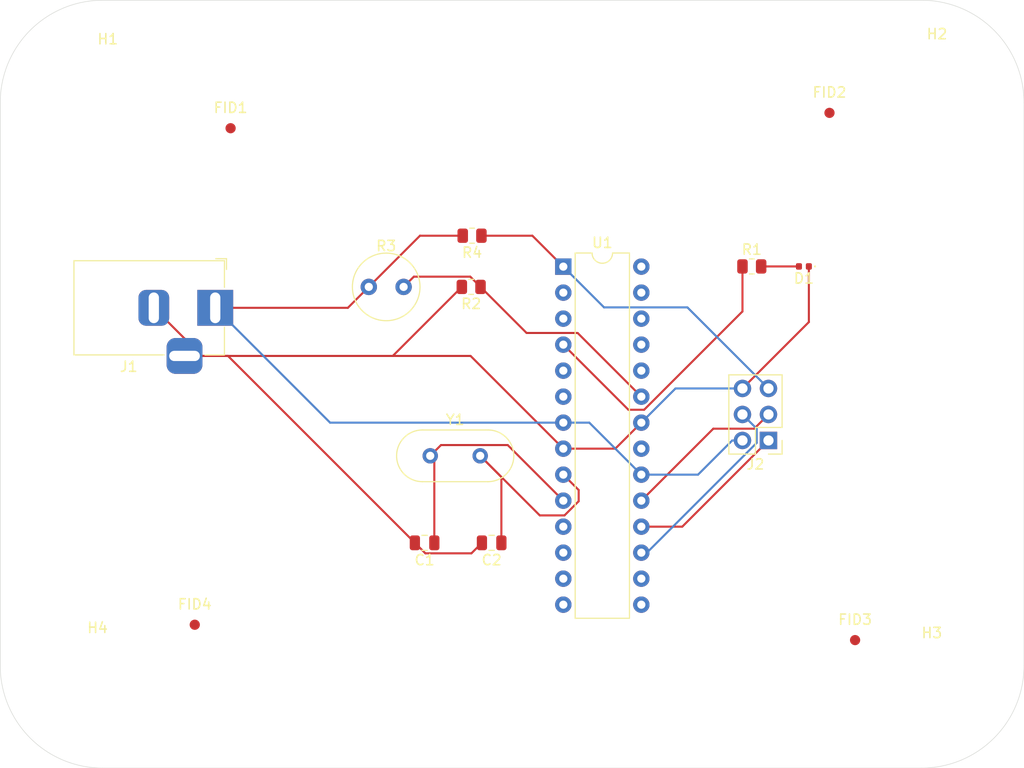
<source format=kicad_pcb>
(kicad_pcb (version 20240108) (generator "pcbnew") (generator_version "8.0")
  (layers (0 "F.Cu" signal) (31 "B.Cu" signal) (34 "B.Paste" user) (35 "F.Paste" user) (36 "B.SilkS" user "B.Silkscreen") (37 "F.SilkS" user "F.Silkscreen") (38 "B.Mask" user) (39 "F.Mask" user) (44 "Edge.Cuts" user))
  (net 0 "")
  (net 1 "Net-(U1-XTAL2{slash}PB7)")
  (net 2 "GND")
  (net 3 "Net-(U1-XTAL1{slash}PB6)")
  (net 4 "Net-(D1-A)")
  (net 5 "VCC")
  (net 6 "Net-(J2-Pin_4)")
  (net 7 "Net-(J2-Pin_3)")
  (net 8 "Net-(J2-Pin_1)")
  (net 9 "/RESET")
  (net 10 "Net-(U1-PD2)")
  (net 11 "/PHOTO")
  (footprint "Fiducial:Fiducial_1mm_Mask2mm" (layer "F.Cu") (at 90.5 120.5)
    (property "Reference" "FID4" (at 0 -2 0) (layer "F.SilkS"))
    (property "Value" "Fiducial")
    (pad "" smd circle (at 0 0) (size 1 1) (layers "F.Cu" "F.Mask") (clearance 0.5))
  )
  (footprint "Fiducial:Fiducial_1mm_Mask2mm" (layer "F.Cu") (at 152.5 70.5)
    (property "Reference" "FID2" (at 0 -2 0) (layer "F.SilkS"))
    (property "Value" "Fiducial")
    (pad "" smd circle (at 0 0) (size 1 1) (layers "F.Cu" "F.Mask") (clearance 0.5))
  )
  (footprint "MountingHole:MountingHole_3.2mm_M3" (layer "F.Cu") (at 162.5 125.5)
    (property "Reference" "H3" (at 0 -4.2 0) (layer "F.SilkS"))
    (property "Value" "MountingHole")
    (pad "" np_thru_hole circle (at 0 0) (size 3.2 3.2) (drill 3.2) (layers "*.Cu" "*.Mask"))
  )
  (footprint "MountingHole:MountingHole_3.2mm_M3" (layer "F.Cu") (at 81 125)
    (property "Reference" "H4" (at 0 -4.2 0) (layer "F.SilkS"))
    (property "Value" "MountingHole")
    (pad "" np_thru_hole circle (at 0 0) (size 3.2 3.2) (drill 3.2) (layers "*.Cu" "*.Mask"))
  )
  (footprint "Crystal:Crystal_HC49-4H_Vertical" (layer "F.Cu") (at 113.5 104)
    (property "Reference" "Y1" (at 2.44 -3.525 0) (layer "F.SilkS"))
    (property "Value" "Crystal")
    (fp_line (start -0.76 -2.525) (end 5.64 -2.525) (stroke (width 0.12)) (layer "F.SilkS"))
    (fp_line (start -0.76 2.525) (end 5.64 2.525) (stroke (width 0.12)) (layer "F.SilkS"))
    (fp_arc (start -0.76 2.525) (mid -3.285 0) (end -0.76 -2.525) (stroke (width 0.12)) (layer "F.SilkS"))
    (fp_arc (start 5.64 -2.525) (mid 8.165 0) (end 5.64 2.525) (stroke (width 0.12)) (layer "F.SilkS"))
    (pad "1" thru_hole circle (at 0 0) (size 1.5 1.5) (drill 0.8) (layers "*.Cu" "*.Mask") (net 1 "Net-(U1-XTAL2{slash}PB7)"))
    (pad "2" thru_hole circle (at 4.88 0) (size 1.5 1.5) (drill 0.8) (layers "*.Cu" "*.Mask") (net 3 "Net-(U1-XTAL1{slash}PB6)"))
  )
  (footprint "Capacitor_SMD:C_0805_2012Metric" (layer "F.Cu") (at 112.95 112.5 180)
    (property "Reference" "C1" (at 0 -1.68 360) (layer "F.SilkS"))
    (property "Value" "C")
    (fp_line (start -0.261252 0.735) (end 0.261252 0.735) (stroke (width 0.12)) (layer "F.SilkS"))
    (fp_line (start -0.261252 -0.735) (end 0.261252 -0.735) (stroke (width 0.12)) (layer "F.SilkS"))
    (pad "1" smd roundrect (at -0.95 0 180) (size 1 1.45) (layers "F.Cu" "F.Paste" "F.Mask") (net 1 "Net-(U1-XTAL2{slash}PB7)"))
    (pad "2" smd roundrect (at 0.95 0 180) (size 1 1.45) (layers "F.Cu" "F.Paste" "F.Mask") (net 2 "GND"))
  )
  (footprint "Capacitor_SMD:C_0805_2012Metric" (layer "F.Cu") (at 119.5 112.5 180)
    (property "Reference" "C2" (at 0 -1.68 360) (layer "F.SilkS"))
    (property "Value" "C")
    (fp_line (start -0.261252 0.735) (end 0.261252 0.735) (stroke (width 0.12)) (layer "F.SilkS"))
    (fp_line (start -0.261252 -0.735) (end 0.261252 -0.735) (stroke (width 0.12)) (layer "F.SilkS"))
    (pad "1" smd roundrect (at -0.95 0 180) (size 1 1.45) (layers "F.Cu" "F.Paste" "F.Mask") (net 3 "Net-(U1-XTAL1{slash}PB6)"))
    (pad "2" smd roundrect (at 0.95 0 180) (size 1 1.45) (layers "F.Cu" "F.Paste" "F.Mask") (net 2 "GND"))
  )
  (footprint "Fiducial:Fiducial_1mm_Mask2mm" (layer "F.Cu") (at 155 122)
    (property "Reference" "FID3" (at 0 -2 0) (layer "F.SilkS"))
    (property "Value" "Fiducial")
    (pad "" smd circle (at 0 0) (size 1 1) (layers "F.Cu" "F.Mask") (clearance 0.5))
  )
  (footprint "MountingHole:MountingHole_3.2mm_M3" (layer "F.Cu") (at 82 67.5)
    (property "Reference" "H1" (at 0 -4.2 0) (layer "F.SilkS"))
    (property "Value" "MountingHole")
    (pad "" np_thru_hole circle (at 0 0) (size 3.2 3.2) (drill 3.2) (layers "*.Cu" "*.Mask"))
  )
  (footprint "Package_DIP:DIP-28_W7.62mm" (layer "F.Cu") (at 126.5 85.52)
    (property "Reference" "U1" (at 3.81 -2.33 0) (layer "F.SilkS"))
    (property "Value" "ATmega328-P")
    (fp_line (start 1.16 -1.33) (end 1.16 34.35) (stroke (width 0.12)) (layer "F.SilkS"))
    (fp_line (start 1.16 34.35) (end 6.46 34.35) (stroke (width 0.12)) (layer "F.SilkS"))
    (fp_line (start 2.81 -1.33) (end 1.16 -1.33) (stroke (width 0.12)) (layer "F.SilkS"))
    (fp_line (start 6.46 -1.33) (end 4.81 -1.33) (stroke (width 0.12)) (layer "F.SilkS"))
    (fp_line (start 6.46 34.35) (end 6.46 -1.33) (stroke (width 0.12)) (layer "F.SilkS"))
    (fp_arc (start 4.81 -1.33) (mid 3.81 -0.33) (end 2.81 -1.33) (stroke (width 0.12)) (layer "F.SilkS"))
    (pad "1" thru_hole rect (at 0 0) (size 1.6 1.6) (drill 0.8) (layers "*.Cu" "*.Mask") (net 9 "/RESET"))
    (pad "2" thru_hole oval (at 0 2.54) (size 1.6 1.6) (drill 0.8) (layers "*.Cu" "*.Mask"))
    (pad "3" thru_hole oval (at 0 5.08) (size 1.6 1.6) (drill 0.8) (layers "*.Cu" "*.Mask"))
    (pad "4" thru_hole oval (at 0 7.62) (size 1.6 1.6) (drill 0.8) (layers "*.Cu" "*.Mask") (net 10 "Net-(U1-PD2)"))
    (pad "5" thru_hole oval (at 0 10.16) (size 1.6 1.6) (drill 0.8) (layers "*.Cu" "*.Mask"))
    (pad "6" thru_hole oval (at 0 12.7) (size 1.6 1.6) (drill 0.8) (layers "*.Cu" "*.Mask"))
    (pad "7" thru_hole oval (at 0 15.24) (size 1.6 1.6) (drill 0.8) (layers "*.Cu" "*.Mask") (net 5 "VCC"))
    (pad "8" thru_hole oval (at 0 17.78) (size 1.6 1.6) (drill 0.8) (layers "*.Cu" "*.Mask") (net 2 "GND"))
    (pad "9" thru_hole oval (at 0 20.32) (size 1.6 1.6) (drill 0.8) (layers "*.Cu" "*.Mask") (net 3 "Net-(U1-XTAL1{slash}PB6)"))
    (pad "10" thru_hole oval (at 0 22.86) (size 1.6 1.6) (drill 0.8) (layers "*.Cu" "*.Mask") (net 1 "Net-(U1-XTAL2{slash}PB7)"))
    (pad "11" thru_hole oval (at 0 25.4) (size 1.6 1.6) (drill 0.8) (layers "*.Cu" "*.Mask"))
    (pad "12" thru_hole oval (at 0 27.94) (size 1.6 1.6) (drill 0.8) (layers "*.Cu" "*.Mask"))
    (pad "13" thru_hole oval (at 0 30.48) (size 1.6 1.6) (drill 0.8) (layers "*.Cu" "*.Mask"))
    (pad "14" thru_hole oval (at 0 33.02) (size 1.6 1.6) (drill 0.8) (layers "*.Cu" "*.Mask"))
    (pad "15" thru_hole oval (at 7.62 33.02) (size 1.6 1.6) (drill 0.8) (layers "*.Cu" "*.Mask"))
    (pad "16" thru_hole oval (at 7.62 30.48) (size 1.6 1.6) (drill 0.8) (layers "*.Cu" "*.Mask"))
    (pad "17" thru_hole oval (at 7.62 27.94) (size 1.6 1.6) (drill 0.8) (layers "*.Cu" "*.Mask") (net 6 "Net-(J2-Pin_4)"))
    (pad "18" thru_hole oval (at 7.62 25.4) (size 1.6 1.6) (drill 0.8) (layers "*.Cu" "*.Mask") (net 8 "Net-(J2-Pin_1)"))
    (pad "19" thru_hole oval (at 7.62 22.86) (size 1.6 1.6) (drill 0.8) (layers "*.Cu" "*.Mask") (net 7 "Net-(J2-Pin_3)"))
    (pad "20" thru_hole oval (at 7.62 20.32) (size 1.6 1.6) (drill 0.8) (layers "*.Cu" "*.Mask") (net 5 "VCC"))
    (pad "21" thru_hole oval (at 7.62 17.78) (size 1.6 1.6) (drill 0.8) (layers "*.Cu" "*.Mask"))
    (pad "22" thru_hole oval (at 7.62 15.24) (size 1.6 1.6) (drill 0.8) (layers "*.Cu" "*.Mask") (net 2 "GND"))
    (pad "23" thru_hole oval (at 7.62 12.7) (size 1.6 1.6) (drill 0.8) (layers "*.Cu" "*.Mask") (net 11 "/PHOTO"))
    (pad "24" thru_hole oval (at 7.62 10.16) (size 1.6 1.6) (drill 0.8) (layers "*.Cu" "*.Mask"))
    (pad "25" thru_hole oval (at 7.62 7.62) (size 1.6 1.6) (drill 0.8) (layers "*.Cu" "*.Mask"))
    (pad "26" thru_hole oval (at 7.62 5.08) (size 1.6 1.6) (drill 0.8) (layers "*.Cu" "*.Mask"))
    (pad "27" thru_hole oval (at 7.62 2.54) (size 1.6 1.6) (drill 0.8) (layers "*.Cu" "*.Mask"))
    (pad "28" thru_hole oval (at 7.62 0) (size 1.6 1.6) (drill 0.8) (layers "*.Cu" "*.Mask"))
  )
  (footprint "Connector_PinHeader_2.54mm:PinHeader_2x03_P2.54mm_Vertical" (layer "F.Cu") (at 146.54 102.5 180)
    (property "Reference" "J2" (at 1.27 -2.33 360) (layer "F.SilkS"))
    (property "Value" "Conn_02x03_Odd_Even")
    (fp_line (start 3.87 -1.33) (end 3.87 6.41) (stroke (width 0.12)) (layer "F.SilkS"))
    (fp_line (start 1.27 1.27) (end 1.27 -1.33) (stroke (width 0.12)) (layer "F.SilkS"))
    (fp_line (start 1.27 -1.33) (end 3.87 -1.33) (stroke (width 0.12)) (layer "F.SilkS"))
    (fp_line (start -1.33 6.41) (end 3.87 6.41) (stroke (width 0.12)) (layer "F.SilkS"))
    (fp_line (start -1.33 1.27) (end 1.27 1.27) (stroke (width 0.12)) (layer "F.SilkS"))
    (fp_line (start -1.33 1.27) (end -1.33 6.41) (stroke (width 0.12)) (layer "F.SilkS"))
    (fp_line (start -1.33 0) (end -1.33 -1.33) (stroke (width 0.12)) (layer "F.SilkS"))
    (fp_line (start -1.33 -1.33) (end 0 -1.33) (stroke (width 0.12)) (layer "F.SilkS"))
    (pad "1" thru_hole rect (at 0 0 180) (size 1.7 1.7) (drill 1) (layers "*.Cu" "*.Mask") (net 8 "Net-(J2-Pin_1)"))
    (pad "2" thru_hole oval (at 2.54 0 180) (size 1.7 1.7) (drill 1) (layers "*.Cu" "*.Mask") (net 5 "VCC"))
    (pad "3" thru_hole oval (at 0 2.54 180) (size 1.7 1.7) (drill 1) (layers "*.Cu" "*.Mask") (net 7 "Net-(J2-Pin_3)"))
    (pad "4" thru_hole oval (at 2.54 2.54 180) (size 1.7 1.7) (drill 1) (layers "*.Cu" "*.Mask") (net 6 "Net-(J2-Pin_4)"))
    (pad "5" thru_hole oval (at 0 5.08 180) (size 1.7 1.7) (drill 1) (layers "*.Cu" "*.Mask") (net 9 "/RESET"))
    (pad "6" thru_hole oval (at 2.54 5.08 180) (size 1.7 1.7) (drill 1) (layers "*.Cu" "*.Mask") (net 2 "GND"))
  )
  (footprint "OptoDevice:R_LDR_D6.4mm_P3.4mm_Vertical" (layer "F.Cu") (at 107.5 87.5)
    (property "Reference" "R3" (at 1.7 -4 0) (layer "F.SilkS"))
    (property "Value" "A1050")
    (fp_circle (center 1.7 0) (end 5 -0.1) (stroke (width 0.12)) (fill none) (layer "F.SilkS"))
    (pad "1" thru_hole circle (at 0 0) (size 1.6 1.6) (drill 0.8) (layers "*.Cu" "*.Mask") (net 5 "VCC"))
    (pad "2" thru_hole circle (at 3.4 0) (size 1.6 1.6) (drill 0.8) (layers "*.Cu" "*.Mask") (net 11 "/PHOTO"))
  )
  (footprint "MountingHole:MountingHole_3.2mm_M3" (layer "F.Cu") (at 163 67)
    (property "Reference" "H2" (at 0 -4.2 0) (layer "F.SilkS"))
    (property "Value" "MountingHole")
    (pad "" np_thru_hole circle (at 0 0) (size 3.2 3.2) (drill 3.2) (layers "*.Cu" "*.Mask"))
  )
  (footprint "Resistor_SMD:R_0805_2012Metric" (layer "F.Cu") (at 117.5 87.5 180)
    (property "Reference" "R2" (at 0 -1.65 360) (layer "F.SilkS"))
    (property "Value" "10k")
    (fp_line (start -0.227064 0.735) (end 0.227064 0.735) (stroke (width 0.12)) (layer "F.SilkS"))
    (fp_line (start -0.227064 -0.735) (end 0.227064 -0.735) (stroke (width 0.12)) (layer "F.SilkS"))
    (pad "1" smd roundrect (at -0.9125 0 180) (size 1.025 1.4) (layers "F.Cu" "F.Paste" "F.Mask") (roundrect_rratio 0.243902) (net 11 "/PHOTO"))
    (pad "2" smd roundrect (at 0.9125 0 180) (size 1.025 1.4) (layers "F.Cu" "F.Paste" "F.Mask") (roundrect_rratio 0.243902) (net 2 "GND"))
  )
  (footprint "Fiducial:Fiducial_1mm_Mask2mm" (layer "F.Cu") (at 94 72)
    (property "Reference" "FID1" (at 0 -2 0) (layer "F.SilkS"))
    (property "Value" "Fiducial")
    (pad "" smd circle (at 0 0) (size 1 1) (layers "F.Cu" "F.Mask") (clearance 0.5))
  )
  (footprint "Resistor_SMD:R_0805_2012Metric" (layer "F.Cu") (at 117.5875 82.5 180)
    (property "Reference" "R4" (at 0 -1.65 360) (layer "F.SilkS"))
    (property "Value" "10k")
    (fp_line (start -0.227064 0.735) (end 0.227064 0.735) (stroke (width 0.12)) (layer "F.SilkS"))
    (fp_line (start -0.227064 -0.735) (end 0.227064 -0.735) (stroke (width 0.12)) (layer "F.SilkS"))
    (pad "1" smd roundrect (at -0.9125 0 180) (size 1.025 1.4) (layers "F.Cu" "F.Paste" "F.Mask") (roundrect_rratio 0.243902) (net 9 "/RESET"))
    (pad "2" smd roundrect (at 0.9125 0 180) (size 1.025 1.4) (layers "F.Cu" "F.Paste" "F.Mask") (roundrect_rratio 0.243902) (net 5 "VCC"))
  )
  (footprint "Connector_BarrelJack:BarrelJack_Horizontal" (layer "F.Cu") (at 92.5 89.5425)
    (property "Reference" "J1" (at -8.45 5.75 0) (layer "F.SilkS"))
    (property "Value" "Barrel_Jack_Switch")
    (fp_line (start -13.8 -4.6) (end 0.9 -4.6) (stroke (width 0.12)) (layer "F.SilkS"))
    (fp_line (start -13.8 4.6) (end -13.8 -4.6) (stroke (width 0.12)) (layer "F.SilkS"))
    (fp_line (start -5 4.6) (end -13.8 4.6) (stroke (width 0.12)) (layer "F.SilkS"))
    (fp_line (start 0.05 -4.8) (end 1.1 -4.8) (stroke (width 0.12)) (layer "F.SilkS"))
    (fp_line (start 0.9 -4.6) (end 0.9 -2) (stroke (width 0.12)) (layer "F.SilkS"))
    (fp_line (start 0.9 1.9) (end 0.9 4.6) (stroke (width 0.12)) (layer "F.SilkS"))
    (fp_line (start 0.9 4.6) (end -1 4.6) (stroke (width 0.12)) (layer "F.SilkS"))
    (fp_line (start 1.1 -3.75) (end 1.1 -4.8) (stroke (width 0.12)) (layer "F.SilkS"))
    (pad "1" thru_hole rect (at 0 0) (size 3.5 3.5) (drill oval 1 3) (layers "*.Cu" "*.Mask") (net 5 "VCC"))
    (pad "2" thru_hole roundrect (at -6 0) (size 3 3.5) (drill oval 1 3) (layers "*.Cu" "*.Mask") (net 2 "GND"))
    (pad "3" thru_hole roundrect (at -3 4.7) (size 3.5 3.5) (drill oval 3 1) (layers "*.Cu" "*.Mask") (net 2 "GND"))
  )
  (footprint "LED_SMD:LED_0402_1005Metric" (layer "F.Cu") (at 150 85.5 180)
    (property "Reference" "D1" (at 0 -1.17 360) (layer "F.SilkS"))
    (property "Value" "LED")
    (fp_circle (center -1.09 0) (end -1.04 0) (stroke (width 0.1)) (fill none) (layer "F.SilkS"))
    (pad "1" smd roundrect (at -0.485 0 180) (size 0.59 0.64) (layers "F.Cu" "F.Paste" "F.Mask") (net 2 "GND"))
    (pad "2" smd roundrect (at 0.485 0 180) (size 0.59 0.64) (layers "F.Cu" "F.Paste" "F.Mask") (net 4 "Net-(D1-A)"))
  )
  (footprint "Resistor_SMD:R_0805_2012Metric" (layer "F.Cu") (at 144.9125 85.5)
    (property "Reference" "R1" (at 0 -1.65 0) (layer "F.SilkS"))
    (property "Value" "200")
    (fp_line (start -0.227064 -0.735) (end 0.227064 -0.735) (stroke (width 0.12)) (layer "F.SilkS"))
    (fp_line (start -0.227064 0.735) (end 0.227064 0.735) (stroke (width 0.12)) (layer "F.SilkS"))
    (pad "1" smd roundrect (at -0.9125 0) (size 1.025 1.4) (layers "F.Cu" "F.Paste" "F.Mask") (roundrect_rratio 0.243902) (net 10 "Net-(U1-PD2)"))
    (pad "2" smd roundrect (at 0.9125 0) (size 1.025 1.4) (layers "F.Cu" "F.Paste" "F.Mask") (roundrect_rratio 0.243902) (net 4 "Net-(D1-A)"))
  )
  (gr_line (start 71.5 124.5) (end 71.5 69.5) (stroke (width 0.05)) (layer "Edge.Cuts"))
  (gr_line (start 161.5 134.5) (end 81.5 134.5) (stroke (width 0.05)) (layer "Edge.Cuts"))
  (gr_line (start 171.5 69.5) (end 171.5 124.5) (stroke (width 0.05)) (layer "Edge.Cuts"))
  (gr_arc (start 171.5 124.5) (mid 168.571068 131.571068) (end 161.5 134.5) (stroke (width 0.05)) (layer "Edge.Cuts"))
  (gr_arc (start 81.5 134.5) (mid 74.428932 131.571068) (end 71.5 124.5) (stroke (width 0.05)) (layer "Edge.Cuts"))
  (gr_line (start 81.5 59.5) (end 161.5 59.5) (stroke (width 0.05)) (layer "Edge.Cuts"))
  (gr_arc (start 71.5 69.5) (mid 74.428932 62.428932) (end 81.5 59.5) (stroke (width 0.05)) (layer "Edge.Cuts"))
  (gr_arc (start 161.5 59.5) (mid 168.571068 62.428932) (end 171.5 69.5) (stroke (width 0.05)) (layer "Edge.Cuts"))
  (segment (start 113.9 112.5) (end 113.9 104.4) (width 0.2) (layer "F.Cu") (net 1))
  (segment (start 114.55 102.95) (end 121.07 102.95) (width 0.2) (layer "F.Cu") (net 1))
  (segment (start 113.9 104.4) (end 113.5 104) (width 0.2) (layer "F.Cu") (net 1))
  (segment (start 121.07 102.95) (end 126.5 108.38) (width 0.2) (layer "F.Cu") (net 1))
  (segment (start 113.5 104) (end 114.55 102.95) (width 0.2) (layer "F.Cu") (net 1))
  (segment (start 131.58 103.3) (end 134.12 100.76) (width 0.2) (layer "F.Cu") (net 2))
  (segment (start 109.845 94.2425) (end 89.5 94.2425) (width 0.2) (layer "F.Cu") (net 2))
  (segment (start 126.5 103.3) (end 117.4425 94.2425) (width 0.2) (layer "F.Cu") (net 2))
  (segment (start 113.025 113.525) (end 112 112.5) (width 0.2) (layer "F.Cu") (net 2))
  (segment (start 150.485 90.935) (end 144 97.42) (width 0.2) (layer "F.Cu") (net 2))
  (segment (start 118.55 112.5) (end 117.525 113.525) (width 0.2) (layer "F.Cu") (net 2))
  (segment (start 117.4425 94.2425) (end 109.845 94.2425) (width 0.2) (layer "F.Cu") (net 2))
  (segment (start 89.5 92.5425) (end 89.5 94.2425) (width 0.2) (layer "F.Cu") (net 2))
  (segment (start 117.525 113.525) (end 113.025 113.525) (width 0.2) (layer "F.Cu") (net 2))
  (segment (start 86.5 89.5425) (end 89.5 92.5425) (width 0.2) (layer "F.Cu") (net 2))
  (segment (start 93.7425 94.2425) (end 89.5 94.2425) (width 0.2) (layer "F.Cu") (net 2))
  (segment (start 150.485 85.5) (end 150.485 90.935) (width 0.2) (layer "F.Cu") (net 2))
  (segment (start 112 112.5) (end 93.7425 94.2425) (width 0.2) (layer "F.Cu") (net 2))
  (segment (start 116.5875 87.5) (end 109.845 94.2425) (width 0.2) (layer "F.Cu") (net 2))
  (segment (start 126.5 103.3) (end 131.58 103.3) (width 0.2) (layer "F.Cu") (net 2))
  (segment (start 144 97.42) (end 137.46 97.42) (width 0.2) (layer "B.Cu") (net 2))
  (segment (start 137.46 97.42) (end 134.12 100.76) (width 0.2) (layer "B.Cu") (net 2))
  (segment (start 128 107.34) (end 126.5 105.84) (width 0.2) (layer "F.Cu") (net 3))
  (segment (start 118.38 104) (end 124.2 109.82) (width 0.2) (layer "F.Cu") (net 3))
  (segment (start 126.615635 109.82) (end 128 108.435635) (width 0.2) (layer "F.Cu") (net 3))
  (segment (start 124.2 109.82) (end 126.615635 109.82) (width 0.2) (layer "F.Cu") (net 3))
  (segment (start 120.45 112.5) (end 120.45 106.07) (width 0.2) (layer "F.Cu") (net 3))
  (segment (start 120.45 106.07) (end 118.38 104) (width 0.2) (layer "F.Cu") (net 3))
  (segment (start 128 108.435635) (end 128 107.34) (width 0.2) (layer "F.Cu") (net 3))
  (segment (start 145.825 85.5) (end 149.515 85.5) (width 0.2) (layer "F.Cu") (net 4))
  (segment (start 116.675 82.5) (end 112.5 82.5) (width 0.2) (layer "F.Cu") (net 5))
  (segment (start 105.4575 89.5425) (end 107.5 87.5) (width 0.2) (layer "F.Cu") (net 5))
  (segment (start 92.5 89.5425) (end 105.4575 89.5425) (width 0.2) (layer "F.Cu") (net 5))
  (segment (start 112.5 82.5) (end 107.5 87.5) (width 0.2) (layer "F.Cu") (net 5))
  (segment (start 126.5 100.76) (end 129.04 100.76) (width 0.2) (layer "B.Cu") (net 5))
  (segment (start 143 102.5) (end 139.66 105.84) (width 0.2) (layer "B.Cu") (net 5))
  (segment (start 129.04 100.76) (end 134.12 105.84) (width 0.2) (layer "B.Cu") (net 5))
  (segment (start 126.5 100.76) (end 103.7175 100.76) (width 0.2) (layer "B.Cu") (net 5))
  (segment (start 144 102.5) (end 143 102.5) (width 0.2) (layer "B.Cu") (net 5))
  (segment (start 103.7175 100.76) (end 92.5 89.5425) (width 0.2) (layer "B.Cu") (net 5))
  (segment (start 139.66 105.84) (end 134.12 105.84) (width 0.2) (layer "B.Cu") (net 5))
  (segment (start 144 99.96) (end 145.39 101.35) (width 0.2) (layer "B.Cu") (net 6))
  (segment (start 134.666346 113.46) (end 134.12 113.46) (width 0.2) (layer "B.Cu") (net 6))
  (segment (start 145.39 101.35) (end 145.39 102.736346) (width 0.2) (layer "B.Cu") (net 6))
  (segment (start 145.39 102.736346) (end 134.666346 113.46) (width 0.2) (layer "B.Cu") (net 6))
  (segment (start 146.54 99.96) (end 145.15 101.35) (width 0.2) (layer "F.Cu") (net 7))
  (segment (start 141.15 101.35) (end 134.12 108.38) (width 0.2) (layer "F.Cu") (net 7))
  (segment (start 145.15 101.35) (end 141.15 101.35) (width 0.2) (layer "F.Cu") (net 7))
  (segment (start 138.12 110.92) (end 134.12 110.92) (width 0.2) (layer "F.Cu") (net 8))
  (segment (start 146.54 102.5) (end 138.12 110.92) (width 0.2) (layer "F.Cu") (net 8))
  (segment (start 123.48 82.5) (end 126.5 85.52) (width 0.2) (layer "F.Cu") (net 9))
  (segment (start 118.5 82.5) (end 123.48 82.5) (width 0.2) (layer "F.Cu") (net 9))
  (segment (start 146.54 97.42) (end 138.62 89.5) (width 0.2) (layer "B.Cu") (net 9))
  (segment (start 138.62 89.5) (end 130.48 89.5) (width 0.2) (layer "B.Cu") (net 9))
  (segment (start 130.48 89.5) (end 126.5 85.52) (width 0.2) (layer "B.Cu") (net 9))
  (segment (start 144 89.895635) (end 134.395635 99.5) (width 0.2) (layer "F.Cu") (net 10))
  (segment (start 144 85.5) (end 144 89.895635) (width 0.2) (layer "F.Cu") (net 10))
  (segment (start 134.395635 99.5) (end 132.86 99.5) (width 0.2) (layer "F.Cu") (net 10))
  (segment (start 132.86 99.5) (end 126.5 93.14) (width 0.2) (layer "F.Cu") (net 10))
  (segment (start 127.9 92) (end 134.12 98.22) (width 0.2) (layer "F.Cu") (net 11))
  (segment (start 111.9 86.5) (end 117.4125 86.5) (width 0.2) (layer "F.Cu") (net 11))
  (segment (start 122.9125 92) (end 127.9 92) (width 0.2) (layer "F.Cu") (net 11))
  (segment (start 118.4125 87.5) (end 122.9125 92) (width 0.2) (layer "F.Cu") (net 11))
  (segment (start 117.4125 86.5) (end 118.4125 87.5) (width 0.2) (layer "F.Cu") (net 11))
  (segment (start 110.9 87.5) (end 111.9 86.5) (width 0.2) (layer "F.Cu") (net 11))
)
</source>
